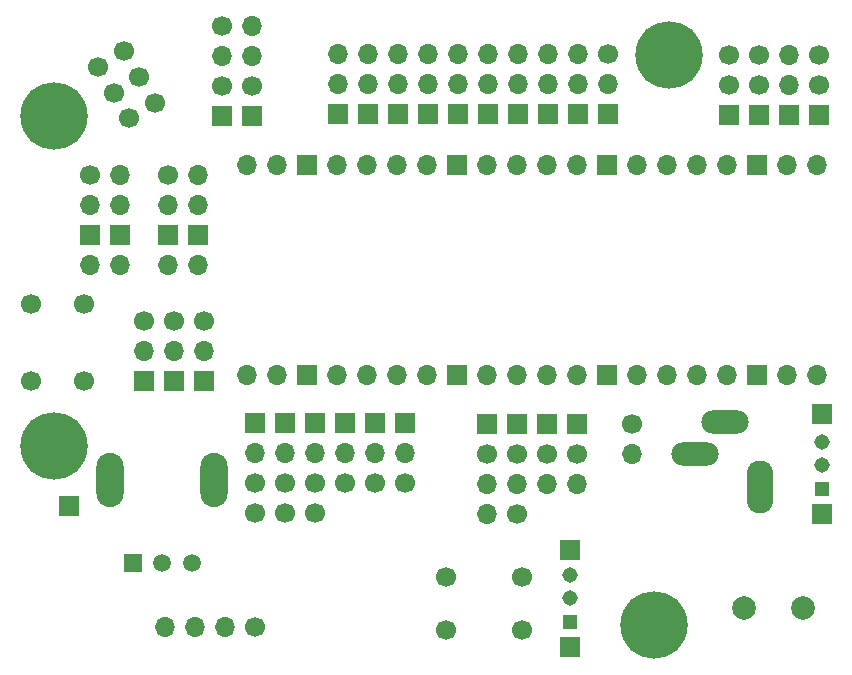
<source format=gbr>
%TF.GenerationSoftware,KiCad,Pcbnew,7.0.1-0*%
%TF.CreationDate,2023-04-18T16:08:46-04:00*%
%TF.ProjectId,rcc-pico,7263632d-7069-4636-9f2e-6b696361645f,rev?*%
%TF.SameCoordinates,Original*%
%TF.FileFunction,Soldermask,Bot*%
%TF.FilePolarity,Negative*%
%FSLAX46Y46*%
G04 Gerber Fmt 4.6, Leading zero omitted, Abs format (unit mm)*
G04 Created by KiCad (PCBNEW 7.0.1-0) date 2023-04-18 16:08:46*
%MOMM*%
%LPD*%
G01*
G04 APERTURE LIST*
G04 Aperture macros list*
%AMHorizOval*
0 Thick line with rounded ends*
0 $1 width*
0 $2 $3 position (X,Y) of the first rounded end (center of the circle)*
0 $4 $5 position (X,Y) of the second rounded end (center of the circle)*
0 Add line between two ends*
20,1,$1,$2,$3,$4,$5,0*
0 Add two circle primitives to create the rounded ends*
1,1,$1,$2,$3*
1,1,$1,$4,$5*%
G04 Aperture macros list end*
%ADD10R,1.800000X1.800000*%
%ADD11C,1.308000*%
%ADD12R,1.308000X1.308000*%
%ADD13R,1.700000X1.700000*%
%ADD14C,1.700000*%
%ADD15O,1.700000X1.700000*%
%ADD16C,2.000000*%
%ADD17C,5.700000*%
%ADD18O,2.250000X4.500000*%
%ADD19O,4.000000X2.000000*%
%ADD20R,1.508000X1.508000*%
%ADD21C,1.508000*%
%ADD22O,2.300000X4.600000*%
%ADD23HorizOval,1.700000X0.000000X0.000000X0.000000X0.000000X0*%
G04 APERTURE END LIST*
D10*
%TO.C,SW-on/off2*%
X123500000Y-82900000D03*
X123500000Y-74700000D03*
D11*
X123500000Y-76800000D03*
X123500000Y-78800000D03*
D12*
X123500000Y-80800000D03*
%TD*%
D10*
%TO.C,SW-on/off1*%
X144777500Y-71625000D03*
X144777500Y-63225000D03*
D12*
X144777500Y-69525000D03*
D11*
X144777500Y-67525000D03*
X144777500Y-65525000D03*
%TD*%
D13*
%TO.C,TP1*%
X81075000Y-70950000D03*
%TD*%
D14*
%TO.C,SW1*%
X119440000Y-81490000D03*
X112940000Y-81490000D03*
X119440000Y-76990000D03*
X112940000Y-76990000D03*
%TD*%
%TO.C,SW2*%
X82320000Y-53860000D03*
X82320000Y-60360000D03*
X77820000Y-53860000D03*
X77820000Y-60360000D03*
%TD*%
D15*
%TO.C,U3*%
X144370000Y-42100000D03*
X141830000Y-42100000D03*
D13*
X139290000Y-42100000D03*
D15*
X136750000Y-42100000D03*
X134210000Y-42100000D03*
X131670000Y-42100000D03*
X129130000Y-42100000D03*
D13*
X126590000Y-42100000D03*
D15*
X124050000Y-42100000D03*
X121510000Y-42100000D03*
X118970000Y-42100000D03*
X116430000Y-42100000D03*
D13*
X113890000Y-42100000D03*
D15*
X111350000Y-42100000D03*
X108810000Y-42100000D03*
X106270000Y-42100000D03*
X103730000Y-42100000D03*
D13*
X101190000Y-42100000D03*
D15*
X98650000Y-42100000D03*
X96110000Y-42100000D03*
X96110000Y-59880000D03*
X98650000Y-59880000D03*
D13*
X101190000Y-59880000D03*
D15*
X103730000Y-59880000D03*
X106270000Y-59880000D03*
X108810000Y-59880000D03*
X111350000Y-59880000D03*
D13*
X113890000Y-59880000D03*
D15*
X116430000Y-59880000D03*
X118970000Y-59880000D03*
X121510000Y-59880000D03*
X124050000Y-59880000D03*
D13*
X126590000Y-59880000D03*
D15*
X129130000Y-59880000D03*
X131670000Y-59880000D03*
X134210000Y-59880000D03*
X136750000Y-59880000D03*
D13*
X139290000Y-59880000D03*
D15*
X141830000Y-59880000D03*
X144370000Y-59880000D03*
%TD*%
D13*
%TO.C,J17*%
X96790000Y-63962500D03*
X99330000Y-63962500D03*
X101870000Y-63962500D03*
D15*
X96790000Y-66502500D03*
X99330000Y-66502500D03*
X101870000Y-66502500D03*
D14*
X96790000Y-69042500D03*
X99330000Y-69042500D03*
X101870000Y-69042500D03*
X96790000Y-71582500D03*
X99330000Y-71582500D03*
X101870000Y-71582500D03*
D13*
X104410000Y-63962500D03*
D15*
X104410000Y-66502500D03*
D14*
X104410000Y-69042500D03*
D13*
X106950000Y-63962500D03*
D15*
X106950000Y-66502500D03*
D14*
X106950000Y-69042500D03*
D13*
X109490000Y-63962500D03*
D15*
X109490000Y-66502500D03*
D14*
X109490000Y-69042500D03*
%TD*%
%TO.C,J4*%
X119005000Y-71680000D03*
D15*
X116465000Y-71680000D03*
X119005000Y-69140000D03*
X116465000Y-69140000D03*
D14*
X119005000Y-66600000D03*
X116465000Y-66600000D03*
D13*
X119005000Y-64060000D03*
X116465000Y-64060000D03*
X121545000Y-64060000D03*
X124085000Y-64060000D03*
D14*
X121545000Y-66600000D03*
X124085000Y-66600000D03*
D15*
X121545000Y-69140000D03*
X124085000Y-69140000D03*
%TD*%
D16*
%TO.C,J8*%
X138200000Y-79625000D03*
X143200000Y-79625000D03*
%TD*%
D17*
%TO.C,H4*%
X131825000Y-32800000D03*
%TD*%
D18*
%TO.C,J3*%
X139575000Y-69375000D03*
D19*
X136625000Y-63875000D03*
X134025000Y-66575000D03*
%TD*%
D14*
%TO.C,J5*%
X144550000Y-32810000D03*
D15*
X142010000Y-32810000D03*
D14*
X139470000Y-32810000D03*
X136930000Y-32810000D03*
X144550000Y-35350000D03*
D15*
X142010000Y-35350000D03*
D14*
X139470000Y-35350000D03*
X136930000Y-35350000D03*
D13*
X144550000Y-37890000D03*
X142010000Y-37890000D03*
X139470000Y-37890000D03*
X136930000Y-37890000D03*
%TD*%
D20*
%TO.C,R11*%
X86425000Y-75775000D03*
D21*
X88925000Y-75775000D03*
X91425000Y-75775000D03*
D22*
X84525000Y-68775000D03*
X93325000Y-68775000D03*
%TD*%
D17*
%TO.C,H3*%
X130550000Y-81075000D03*
%TD*%
D14*
%TO.C,J12*%
X89460000Y-42955000D03*
D15*
X92000000Y-42955000D03*
X89460000Y-45495000D03*
X92000000Y-45495000D03*
D13*
X89460000Y-48035000D03*
X92000000Y-48035000D03*
D15*
X89460000Y-50575000D03*
X92000000Y-50575000D03*
%TD*%
D17*
%TO.C,H2*%
X79775000Y-37950000D03*
%TD*%
%TO.C,H1*%
X79800000Y-65925000D03*
%TD*%
D14*
%TO.C,J11*%
X82820000Y-42950000D03*
D15*
X85360000Y-42950000D03*
X82820000Y-45490000D03*
X85360000Y-45490000D03*
D13*
X82820000Y-48030000D03*
X85360000Y-48030000D03*
D15*
X82820000Y-50570000D03*
X85360000Y-50570000D03*
%TD*%
D14*
%TO.C,J14*%
X88319157Y-36820651D03*
D23*
X86148832Y-38140230D03*
X86999578Y-34650326D03*
X84829253Y-35969904D03*
X85680000Y-32480000D03*
X83509674Y-33799579D03*
%TD*%
D13*
%TO.C,J13*%
X92440000Y-60420000D03*
X89900000Y-60420000D03*
X87360000Y-60420000D03*
D15*
X92440000Y-57880000D03*
X89900000Y-57880000D03*
X87360000Y-57880000D03*
D14*
X92440000Y-55340000D03*
X89900000Y-55340000D03*
X87360000Y-55340000D03*
%TD*%
%TO.C,J1*%
X96800000Y-81190000D03*
D15*
X94260000Y-81190000D03*
X91720000Y-81190000D03*
X89180000Y-81190000D03*
%TD*%
D14*
%TO.C,J16*%
X128700000Y-64075000D03*
D15*
X128700000Y-66615000D03*
%TD*%
D14*
%TO.C,J10*%
X93985000Y-30345000D03*
D15*
X96525000Y-30345000D03*
X93985000Y-32885000D03*
X96525000Y-32885000D03*
D14*
X93985000Y-35425000D03*
X96525000Y-35425000D03*
D13*
X93985000Y-37965000D03*
X96525000Y-37965000D03*
%TD*%
D14*
%TO.C,J7*%
X126720000Y-32710000D03*
D15*
X124180000Y-32710000D03*
X121640000Y-32710000D03*
X119100000Y-32710000D03*
X116560000Y-32710000D03*
X114020000Y-32710000D03*
X111480000Y-32710000D03*
X108940000Y-32710000D03*
X106400000Y-32710000D03*
X103860000Y-32710000D03*
X126720000Y-35250000D03*
X124180000Y-35250000D03*
X121640000Y-35250000D03*
X119100000Y-35250000D03*
X116560000Y-35250000D03*
X114020000Y-35250000D03*
X111480000Y-35250000D03*
X108940000Y-35250000D03*
X106400000Y-35250000D03*
X103860000Y-35250000D03*
D13*
X126710000Y-37790000D03*
X124170000Y-37790000D03*
X121630000Y-37790000D03*
X119090000Y-37790000D03*
X116550000Y-37790000D03*
X114010000Y-37790000D03*
X111470000Y-37790000D03*
X108930000Y-37790000D03*
X106390000Y-37790000D03*
X103850000Y-37790000D03*
%TD*%
M02*

</source>
